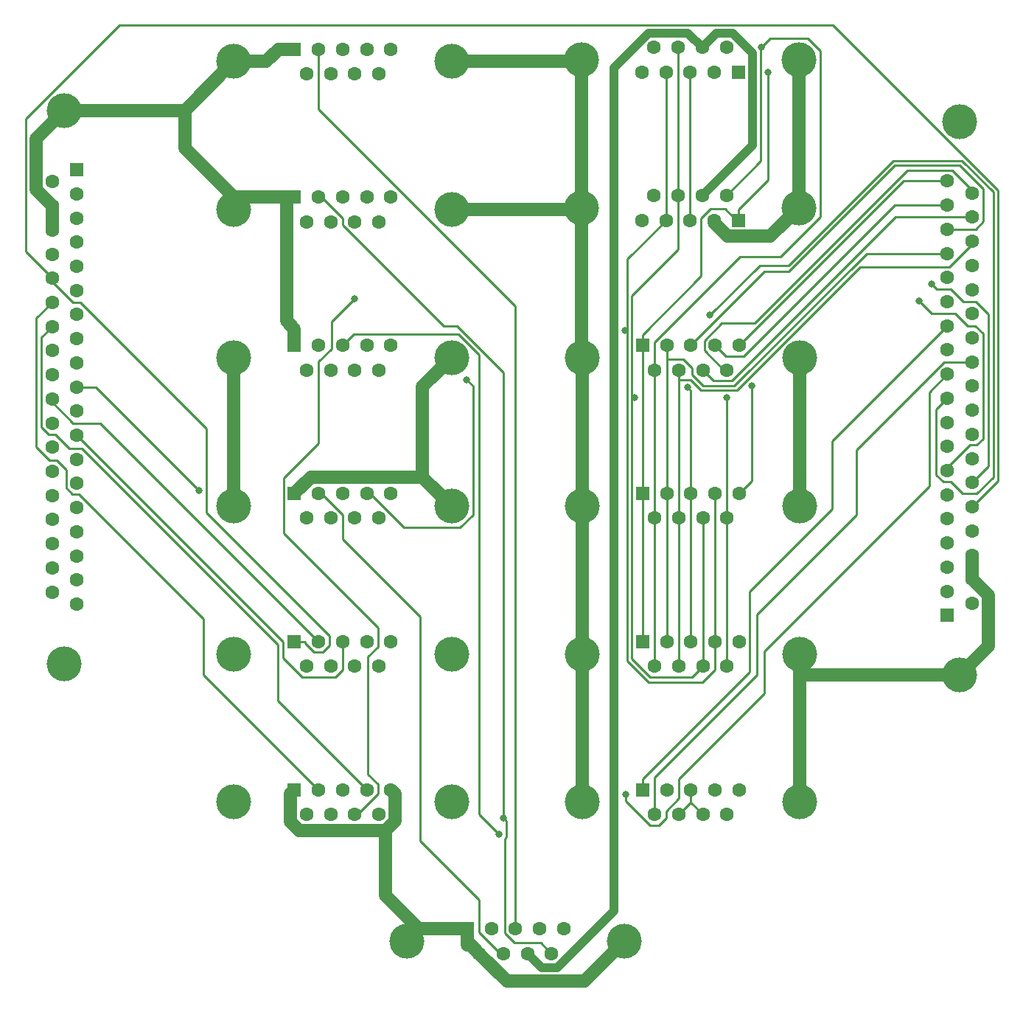
<source format=gbr>
%TF.GenerationSoftware,KiCad,Pcbnew,7.0.9*%
%TF.CreationDate,2023-12-30T13:25:45-08:00*%
%TF.ProjectId,Interconnect Board,496e7465-7263-46f6-9e6e-65637420426f,v1.3*%
%TF.SameCoordinates,Original*%
%TF.FileFunction,Copper,L2,Bot*%
%TF.FilePolarity,Positive*%
%FSLAX46Y46*%
G04 Gerber Fmt 4.6, Leading zero omitted, Abs format (unit mm)*
G04 Created by KiCad (PCBNEW 7.0.9) date 2023-12-30 13:25:45*
%MOMM*%
%LPD*%
G01*
G04 APERTURE LIST*
%TA.AperFunction,ComponentPad*%
%ADD10C,4.000000*%
%TD*%
%TA.AperFunction,ComponentPad*%
%ADD11R,1.600000X1.600000*%
%TD*%
%TA.AperFunction,ComponentPad*%
%ADD12C,1.600000*%
%TD*%
%TA.AperFunction,ViaPad*%
%ADD13C,0.800000*%
%TD*%
%TA.AperFunction,Conductor*%
%ADD14C,0.250000*%
%TD*%
%TA.AperFunction,Conductor*%
%ADD15C,1.000000*%
%TD*%
%TA.AperFunction,Conductor*%
%ADD16C,1.500000*%
%TD*%
G04 APERTURE END LIST*
D10*
%TO.P,XPNDR_Serial_2,0,PAD*%
%TO.N,GND*%
X134622000Y-45069100D03*
X159622000Y-45069100D03*
D11*
%TO.P,XPNDR_Serial_2,1,1*%
X141582000Y-43649100D03*
D12*
%TO.P,XPNDR_Serial_2,2,2*%
%TO.N,/XPNDR_&_IDENT_12V*%
X144352000Y-43649100D03*
%TO.P,XPNDR_Serial_2,3,3*%
%TO.N,/XPNDR_Serial_2_Tx*%
X147122000Y-43649100D03*
%TO.P,XPNDR_Serial_2,4,4*%
%TO.N,/XPNDR_Serial_2_Rx*%
X149892000Y-43649100D03*
%TO.P,XPNDR_Serial_2,5,5*%
%TO.N,/Ident_SW_Input*%
X152662000Y-43649100D03*
%TO.P,XPNDR_Serial_2,6,6*%
%TO.N,unconnected-(XPNDR_Serial_2-Pad6)*%
X142967000Y-46489100D03*
%TO.P,XPNDR_Serial_2,7,7*%
%TO.N,unconnected-(XPNDR_Serial_2-Pad7)*%
X145737000Y-46489100D03*
%TO.P,XPNDR_Serial_2,8,8*%
%TO.N,unconnected-(XPNDR_Serial_2-Pad8)*%
X148507000Y-46489100D03*
%TO.P,XPNDR_Serial_2,9,9*%
%TO.N,unconnected-(XPNDR_Serial_2-Pad9)*%
X151277000Y-46489100D03*
%TD*%
D10*
%TO.P,VPX_Serial_3,0,PAD*%
%TO.N,GND*%
X134622000Y-62069100D03*
X159622000Y-62069100D03*
D11*
%TO.P,VPX_Serial_3,1,1*%
X141582000Y-60649100D03*
D12*
%TO.P,VPX_Serial_3,2,2*%
%TO.N,unconnected-(VPX_Serial_3-Pad2)*%
X144352000Y-60649100D03*
%TO.P,VPX_Serial_3,3,3*%
%TO.N,/VPX_Serial_3_Tx*%
X147122000Y-60649100D03*
%TO.P,VPX_Serial_3,4,4*%
%TO.N,/VPX_Serial_3_Rx*%
X149892000Y-60649100D03*
%TO.P,VPX_Serial_3,5,5*%
%TO.N,unconnected-(VPX_Serial_3-Pad5)*%
X152662000Y-60649100D03*
%TO.P,VPX_Serial_3,6,6*%
%TO.N,unconnected-(VPX_Serial_3-Pad6)*%
X142967000Y-63489100D03*
%TO.P,VPX_Serial_3,7,7*%
%TO.N,unconnected-(VPX_Serial_3-Pad7)*%
X145737000Y-63489100D03*
%TO.P,VPX_Serial_3,8,8*%
%TO.N,unconnected-(VPX_Serial_3-Pad8)*%
X148507000Y-63489100D03*
%TO.P,VPX_Serial_3,9,9*%
%TO.N,unconnected-(VPX_Serial_3-Pad9)*%
X151277000Y-63489100D03*
%TD*%
D10*
%TO.P,SkyView_3,0,PAD*%
%TO.N,GND*%
X174622000Y-96069100D03*
X199622000Y-96069100D03*
D11*
%TO.P,SkyView_3,1,1*%
%TO.N,/SV_Data_1A*%
X181582000Y-94649100D03*
D12*
%TO.P,SkyView_3,2,2*%
%TO.N,/SV_GND_1*%
X184352000Y-94649100D03*
%TO.P,SkyView_3,3,3*%
%TO.N,/SV_GND_2*%
X187122000Y-94649100D03*
%TO.P,SkyView_3,4,4*%
%TO.N,/SV_Data_2B*%
X189892000Y-94649100D03*
%TO.P,SkyView_3,5,5*%
%TO.N,/SV_EMS_Aux*%
X192662000Y-94649100D03*
%TO.P,SkyView_3,6,6*%
%TO.N,/SV_Data_1B*%
X182967000Y-97489100D03*
%TO.P,SkyView_3,7,7*%
%TO.N,/SV_Power_1*%
X185737000Y-97489100D03*
%TO.P,SkyView_3,8,8*%
%TO.N,/SV_Data_2A*%
X188507000Y-97489100D03*
%TO.P,SkyView_3,9,9*%
%TO.N,/SV_Power_2*%
X191277000Y-97489100D03*
%TD*%
D10*
%TO.P,SkyView_2,0,PAD*%
%TO.N,GND*%
X174622000Y-79069100D03*
X199622000Y-79069100D03*
D11*
%TO.P,SkyView_2,1,1*%
%TO.N,/SV_Data_1A*%
X181582000Y-77649100D03*
D12*
%TO.P,SkyView_2,2,2*%
%TO.N,/SV_GND_1*%
X184352000Y-77649100D03*
%TO.P,SkyView_2,3,3*%
%TO.N,/SV_GND_2*%
X187122000Y-77649100D03*
%TO.P,SkyView_2,4,4*%
%TO.N,/SV_Data_2B*%
X189892000Y-77649100D03*
%TO.P,SkyView_2,5,5*%
%TO.N,/SV_EMS_Aux*%
X192662000Y-77649100D03*
%TO.P,SkyView_2,6,6*%
%TO.N,/SV_Data_1B*%
X182967000Y-80489100D03*
%TO.P,SkyView_2,7,7*%
%TO.N,/SV_Power_1*%
X185737000Y-80489100D03*
%TO.P,SkyView_2,8,8*%
%TO.N,/SV_Data_2A*%
X188507000Y-80489100D03*
%TO.P,SkyView_2,9,9*%
%TO.N,/SV_Power_2*%
X191277000Y-80489100D03*
%TD*%
%TO.P,SkyView_1,9,9*%
%TO.N,/SV_Power_2*%
X191277000Y-63489100D03*
%TO.P,SkyView_1,8,8*%
%TO.N,/SV_Data_2A*%
X188507000Y-63489100D03*
%TO.P,SkyView_1,7,7*%
%TO.N,/SV_Power_1*%
X185737000Y-63489100D03*
%TO.P,SkyView_1,6,6*%
%TO.N,/SV_Data_1B*%
X182967000Y-63489100D03*
%TO.P,SkyView_1,5,5*%
%TO.N,/SV_EMS_Aux*%
X192662000Y-60649100D03*
%TO.P,SkyView_1,4,4*%
%TO.N,/SV_Data_2B*%
X189892000Y-60649100D03*
%TO.P,SkyView_1,3,3*%
%TO.N,/SV_GND_2*%
X187122000Y-60649100D03*
%TO.P,SkyView_1,2,2*%
%TO.N,/SV_GND_1*%
X184352000Y-60649100D03*
D11*
%TO.P,SkyView_1,1,1*%
%TO.N,/SV_Data_1A*%
X181582000Y-60649100D03*
D10*
%TO.P,SkyView_1,0,PAD*%
%TO.N,GND*%
X199622000Y-62069100D03*
X174622000Y-62069100D03*
%TD*%
%TO.P,Power_Input_1,0,PAD*%
%TO.N,GND*%
X154464100Y-129069100D03*
X179464100Y-129069100D03*
D11*
%TO.P,Power_Input_1,1,1*%
X161424100Y-127649100D03*
D12*
%TO.P,Power_Input_1,2,2*%
X164194100Y-127649100D03*
%TO.P,Power_Input_1,3,3*%
%TO.N,/ADSB_12V*%
X166964100Y-127649100D03*
%TO.P,Power_Input_1,4,4*%
%TO.N,/MFD_12V*%
X169734100Y-127649100D03*
%TO.P,Power_Input_1,5,5*%
%TO.N,/PFD_&_Dim_12V*%
X172504100Y-127649100D03*
%TO.P,Power_Input_1,6,6*%
%TO.N,GND*%
X162809100Y-130489100D03*
%TO.P,Power_Input_1,7,7*%
%TO.N,/ELT_12V*%
X165579100Y-130489100D03*
%TO.P,Power_Input_1,8,8*%
%TO.N,/SV-Net_AP_12V*%
X168349100Y-130489100D03*
%TO.P,Power_Input_1,9,9*%
%TO.N,/XPNDR_&_IDENT_12V*%
X171119100Y-130489100D03*
%TD*%
D10*
%TO.P,Ident_&_Dimmer_Input_1,0,PAD*%
%TO.N,GND*%
X134622000Y-113069100D03*
X159622000Y-113069100D03*
D11*
%TO.P,Ident_&_Dimmer_Input_1,1,1*%
X141582000Y-111649100D03*
D12*
%TO.P,Ident_&_Dimmer_Input_1,2,2*%
%TO.N,/Dimmer_Signal_Input*%
X144352000Y-111649100D03*
%TO.P,Ident_&_Dimmer_Input_1,3,3*%
%TO.N,unconnected-(Ident_&_Dimmer_Input_1-Pad3)*%
X147122000Y-111649100D03*
%TO.P,Ident_&_Dimmer_Input_1,4,4*%
%TO.N,/Dimmer_Output_Signal*%
X149892000Y-111649100D03*
%TO.P,Ident_&_Dimmer_Input_1,5,5*%
%TO.N,GND*%
X152662000Y-111649100D03*
%TO.P,Ident_&_Dimmer_Input_1,6,6*%
%TO.N,/PFD_&_Dim_12V*%
X142967000Y-114489100D03*
%TO.P,Ident_&_Dimmer_Input_1,7,7*%
%TO.N,unconnected-(Ident_&_Dimmer_Input_1-Pad7)*%
X145737000Y-114489100D03*
%TO.P,Ident_&_Dimmer_Input_1,8,8*%
%TO.N,/Ident_SW_Input*%
X148507000Y-114489100D03*
%TO.P,Ident_&_Dimmer_Input_1,9,9*%
%TO.N,/XPNDR_&_IDENT_12V*%
X151277000Y-114489100D03*
%TD*%
D10*
%TO.P,GPS_Serial_5,0,PAD*%
%TO.N,GND*%
X134622000Y-96069100D03*
X159622000Y-96069100D03*
D11*
%TO.P,GPS_Serial_5,1,1*%
%TO.N,/GPS_GND*%
X141582000Y-94649100D03*
D12*
%TO.P,GPS_Serial_5,2,2*%
%TO.N,/GPS_Power*%
X144352000Y-94649100D03*
%TO.P,GPS_Serial_5,3,3*%
%TO.N,/GPS_Serial_5_Tx*%
X147122000Y-94649100D03*
%TO.P,GPS_Serial_5,4,4*%
%TO.N,/GPS_Serial_5_Rx*%
X149892000Y-94649100D03*
%TO.P,GPS_Serial_5,5,5*%
%TO.N,unconnected-(GPS_Serial_5-Pad5)*%
X152662000Y-94649100D03*
%TO.P,GPS_Serial_5,6,6*%
%TO.N,unconnected-(GPS_Serial_5-Pad6)*%
X142967000Y-97489100D03*
%TO.P,GPS_Serial_5,7,7*%
%TO.N,unconnected-(GPS_Serial_5-Pad7)*%
X145737000Y-97489100D03*
%TO.P,GPS_Serial_5,8,8*%
%TO.N,unconnected-(GPS_Serial_5-Pad8)*%
X148507000Y-97489100D03*
%TO.P,GPS_Serial_5,9,9*%
%TO.N,unconnected-(GPS_Serial_5-Pad9)*%
X151277000Y-97489100D03*
%TD*%
D10*
%TO.P,ELT_Serial_4,0,PAD*%
%TO.N,GND*%
X134622000Y-79069100D03*
X159622000Y-79069100D03*
D11*
%TO.P,ELT_Serial_4,1,1*%
X141582000Y-77649100D03*
D12*
%TO.P,ELT_Serial_4,2,2*%
%TO.N,/ELT_12V*%
X144352000Y-77649100D03*
%TO.P,ELT_Serial_4,3,3*%
%TO.N,/ELT_Serial_4_Tx*%
X147122000Y-77649100D03*
%TO.P,ELT_Serial_4,4,4*%
%TO.N,/ELT_Serial_4_Rx*%
X149892000Y-77649100D03*
%TO.P,ELT_Serial_4,5,5*%
%TO.N,unconnected-(ELT_Serial_4-Pad5)*%
X152662000Y-77649100D03*
%TO.P,ELT_Serial_4,6,6*%
%TO.N,unconnected-(ELT_Serial_4-Pad6)*%
X142967000Y-80489100D03*
%TO.P,ELT_Serial_4,7,7*%
%TO.N,unconnected-(ELT_Serial_4-Pad7)*%
X145737000Y-80489100D03*
%TO.P,ELT_Serial_4,8,8*%
%TO.N,unconnected-(ELT_Serial_4-Pad8)*%
X148507000Y-80489100D03*
%TO.P,ELT_Serial_4,9,9*%
%TO.N,unconnected-(ELT_Serial_4-Pad9)*%
X151277000Y-80489100D03*
%TD*%
D10*
%TO.P,Dimmer_&_Audio_Output_1,0,PAD*%
%TO.N,GND*%
X174622000Y-113069100D03*
X199622000Y-113069100D03*
D11*
%TO.P,Dimmer_&_Audio_Output_1,1,1*%
%TO.N,/L_Audio_Out_1*%
X181582000Y-111649100D03*
D12*
%TO.P,Dimmer_&_Audio_Output_1,2,2*%
%TO.N,/R_Audio_Out_1*%
X184352000Y-111649100D03*
%TO.P,Dimmer_&_Audio_Output_1,3,3*%
%TO.N,/Dimmer_Output_Signal*%
X187122000Y-111649100D03*
%TO.P,Dimmer_&_Audio_Output_1,4,4*%
%TO.N,unconnected-(Dimmer_&_Audio_Output_1-Pad4)*%
X189892000Y-111649100D03*
%TO.P,Dimmer_&_Audio_Output_1,5,5*%
%TO.N,unconnected-(Dimmer_&_Audio_Output_1-Pad5)*%
X192662000Y-111649100D03*
%TO.P,Dimmer_&_Audio_Output_1,6,6*%
%TO.N,/Audio_Out_GND*%
X182967000Y-114489100D03*
%TO.P,Dimmer_&_Audio_Output_1,7,7*%
%TO.N,/Dimmer_Output_Signal*%
X185737000Y-114489100D03*
%TO.P,Dimmer_&_Audio_Output_1,8,8*%
X188507000Y-114489100D03*
%TO.P,Dimmer_&_Audio_Output_1,9,9*%
%TO.N,unconnected-(Dimmer_&_Audio_Output_1-Pad9)*%
X191277000Y-114489100D03*
%TD*%
D10*
%TO.P,AP_Roll_SV_Net_2,0,PAD*%
%TO.N,GND*%
X199546200Y-27865200D03*
X174546200Y-27865200D03*
D11*
%TO.P,AP_Roll_SV_Net_2,1,1*%
%TO.N,/SV_Data_1A*%
X192586200Y-29285200D03*
D12*
%TO.P,AP_Roll_SV_Net_2,2,2*%
%TO.N,GND*%
X189816200Y-29285200D03*
%TO.P,AP_Roll_SV_Net_2,3,3*%
%TO.N,/AP_Disengage (Unused)*%
X187046200Y-29285200D03*
%TO.P,AP_Roll_SV_Net_2,4,4*%
%TO.N,/SV_Data_2B*%
X184276200Y-29285200D03*
%TO.P,AP_Roll_SV_Net_2,5,5*%
%TO.N,unconnected-(AP_Roll_SV_Net_2-Pad5)*%
X181506200Y-29285200D03*
%TO.P,AP_Roll_SV_Net_2,6,6*%
%TO.N,/SV_Data_1B*%
X191201200Y-26445200D03*
%TO.P,AP_Roll_SV_Net_2,7,7*%
%TO.N,/SV-Net_AP_12V*%
X188431200Y-26445200D03*
%TO.P,AP_Roll_SV_Net_2,8,8*%
%TO.N,/SV_Data_2A*%
X185661200Y-26445200D03*
%TO.P,AP_Roll_SV_Net_2,9,9*%
%TO.N,unconnected-(AP_Roll_SV_Net_2-Pad9)*%
X182891200Y-26445200D03*
%TD*%
D10*
%TO.P,AP_Pitch_SV_Net_1,0,PAD*%
%TO.N,GND*%
X199546200Y-44865200D03*
X174546200Y-44865200D03*
D11*
%TO.P,AP_Pitch_SV_Net_1,1,1*%
%TO.N,/SV_Data_1A*%
X192586200Y-46285200D03*
D12*
%TO.P,AP_Pitch_SV_Net_1,2,2*%
%TO.N,GND*%
X189816200Y-46285200D03*
%TO.P,AP_Pitch_SV_Net_1,3,3*%
%TO.N,/AP_Disengage (Unused)*%
X187046200Y-46285200D03*
%TO.P,AP_Pitch_SV_Net_1,4,4*%
%TO.N,/SV_Data_2B*%
X184276200Y-46285200D03*
%TO.P,AP_Pitch_SV_Net_1,5,5*%
%TO.N,unconnected-(AP_Pitch_SV_Net_1-Pad5)*%
X181506200Y-46285200D03*
%TO.P,AP_Pitch_SV_Net_1,6,6*%
%TO.N,/SV_Data_1B*%
X191201200Y-43445200D03*
%TO.P,AP_Pitch_SV_Net_1,7,7*%
%TO.N,/SV-Net_AP_12V*%
X188431200Y-43445200D03*
%TO.P,AP_Pitch_SV_Net_1,8,8*%
%TO.N,/SV_Data_2A*%
X185661200Y-43445200D03*
%TO.P,AP_Pitch_SV_Net_1,9,9*%
%TO.N,unconnected-(AP_Pitch_SV_Net_1-Pad9)*%
X182891200Y-43445200D03*
%TD*%
D10*
%TO.P,ADSB_Serial_1,0,PAD*%
%TO.N,GND*%
X134622000Y-28069100D03*
X159622000Y-28069100D03*
D11*
%TO.P,ADSB_Serial_1,1,1*%
X141582000Y-26649100D03*
D12*
%TO.P,ADSB_Serial_1,2,2*%
%TO.N,/ADSB_12V*%
X144352000Y-26649100D03*
%TO.P,ADSB_Serial_1,3,3*%
%TO.N,/ADSB_Serial_1_Tx*%
X147122000Y-26649100D03*
%TO.P,ADSB_Serial_1,4,4*%
%TO.N,/ADSB_Serial_1_Rx*%
X149892000Y-26649100D03*
%TO.P,ADSB_Serial_1,5,5*%
%TO.N,unconnected-(ADSB_Serial_1-Pad5)*%
X152662000Y-26649100D03*
%TO.P,ADSB_Serial_1,6,6*%
%TO.N,unconnected-(ADSB_Serial_1-Pad6)*%
X142967000Y-29489100D03*
%TO.P,ADSB_Serial_1,7,7*%
%TO.N,unconnected-(ADSB_Serial_1-Pad7)*%
X145737000Y-29489100D03*
%TO.P,ADSB_Serial_1,8,8*%
%TO.N,unconnected-(ADSB_Serial_1-Pad8)*%
X148507000Y-29489100D03*
%TO.P,ADSB_Serial_1,9,9*%
%TO.N,unconnected-(ADSB_Serial_1-Pad9)*%
X151277000Y-29489100D03*
%TD*%
D10*
%TO.P,MFD_Main_2,0,PAD*%
%TO.N,GND*%
X218002000Y-98469100D03*
X218002000Y-34969100D03*
D11*
%TO.P,MFD_Main_2,1,1*%
%TO.N,/MFD_12V*%
X216582000Y-91649100D03*
D12*
%TO.P,MFD_Main_2,2,2*%
%TO.N,unconnected-(MFD_Main_2-Pad2)*%
X216582000Y-88879100D03*
%TO.P,MFD_Main_2,3,3*%
%TO.N,/ADSB_Serial_1_Rx*%
X216582000Y-86109100D03*
%TO.P,MFD_Main_2,4,4*%
%TO.N,/ADSB_Serial_1_Tx*%
X216582000Y-83339100D03*
%TO.P,MFD_Main_2,5,5*%
%TO.N,/XPNDR_Serial_2_Rx*%
X216582000Y-80569100D03*
%TO.P,MFD_Main_2,6,6*%
%TO.N,/XPNDR_Serial_2_Tx*%
X216582000Y-77799100D03*
%TO.P,MFD_Main_2,7,7*%
%TO.N,/VPX_Serial_3_Rx*%
X216582000Y-75029100D03*
%TO.P,MFD_Main_2,8,8*%
%TO.N,/VPX_Serial_3_Tx*%
X216582000Y-72259100D03*
%TO.P,MFD_Main_2,9,9*%
%TO.N,/ELT_Serial_4_Rx*%
X216582000Y-69489100D03*
%TO.P,MFD_Main_2,10,10*%
%TO.N,/ELT_Serial_4_Tx*%
X216582000Y-66719100D03*
%TO.P,MFD_Main_2,11,11*%
%TO.N,/GPS_Serial_5_Rx*%
X216582000Y-63949100D03*
%TO.P,MFD_Main_2,12,12*%
%TO.N,/GPS_Serial_5_Tx*%
X216582000Y-61179100D03*
%TO.P,MFD_Main_2,13,13*%
%TO.N,/L_Audio_Out_1*%
X216582000Y-58409100D03*
%TO.P,MFD_Main_2,14,14*%
%TO.N,unconnected-(MFD_Main_2-Pad14)*%
X216582000Y-55639100D03*
%TO.P,MFD_Main_2,15,15*%
%TO.N,/SV_Data_1A*%
X216582000Y-52869100D03*
%TO.P,MFD_Main_2,16,16*%
%TO.N,/SV_GND_1*%
X216582000Y-50099100D03*
%TO.P,MFD_Main_2,17,17*%
%TO.N,/SV_GND_2*%
X216582000Y-47329100D03*
%TO.P,MFD_Main_2,18,18*%
%TO.N,/SV_Data_2B*%
X216582000Y-44559100D03*
%TO.P,MFD_Main_2,19,19*%
%TO.N,/SV_EMS_Aux*%
X216582000Y-41789100D03*
%TO.P,MFD_Main_2,20,20*%
%TO.N,/MFD_12V*%
X219422000Y-90264100D03*
%TO.P,MFD_Main_2,21,21*%
%TO.N,GND*%
X219422000Y-87494100D03*
%TO.P,MFD_Main_2,22,22*%
X219422000Y-84724100D03*
%TO.P,MFD_Main_2,23,23*%
%TO.N,unconnected-(MFD_Main_2-Pad23)*%
X219422000Y-81954100D03*
%TO.P,MFD_Main_2,24,24*%
%TO.N,/GPS_GND*%
X219422000Y-79184100D03*
%TO.P,MFD_Main_2,25,25*%
%TO.N,/Dimmer_Signal_Input*%
X219422000Y-76414100D03*
%TO.P,MFD_Main_2,26,26*%
%TO.N,unconnected-(MFD_Main_2-Pad26)*%
X219422000Y-73644100D03*
%TO.P,MFD_Main_2,27,27*%
%TO.N,unconnected-(MFD_Main_2-Pad27)*%
X219422000Y-70874100D03*
%TO.P,MFD_Main_2,28,28*%
%TO.N,unconnected-(MFD_Main_2-Pad28)*%
X219422000Y-68104100D03*
%TO.P,MFD_Main_2,29,29*%
%TO.N,/GPS_Power*%
X219422000Y-65334100D03*
%TO.P,MFD_Main_2,30,30*%
%TO.N,/Audio_Out_GND*%
X219422000Y-62564100D03*
%TO.P,MFD_Main_2,31,31*%
%TO.N,/R_Audio_Out_1*%
X219422000Y-59794100D03*
%TO.P,MFD_Main_2,32,32*%
%TO.N,unconnected-(MFD_Main_2-Pad32)*%
X219422000Y-57024100D03*
%TO.P,MFD_Main_2,33,33*%
%TO.N,unconnected-(MFD_Main_2-Pad33)*%
X219422000Y-54254100D03*
%TO.P,MFD_Main_2,34,34*%
%TO.N,/SV_Data_1B*%
X219422000Y-51484100D03*
%TO.P,MFD_Main_2,35,35*%
%TO.N,/SV_Power_1*%
X219422000Y-48714100D03*
%TO.P,MFD_Main_2,36,36*%
%TO.N,/SV_Data_2A*%
X219422000Y-45944100D03*
%TO.P,MFD_Main_2,37,37*%
%TO.N,/SV_Power_2*%
X219422000Y-43174100D03*
%TD*%
D10*
%TO.P,PFD_Main_1,0,PAD*%
%TO.N,GND*%
X115162000Y-33673100D03*
X115162000Y-97173100D03*
D11*
%TO.P,PFD_Main_1,1,1*%
%TO.N,/PFD_&_Dim_12V*%
X116582000Y-40493100D03*
D12*
%TO.P,PFD_Main_1,2,2*%
%TO.N,unconnected-(PFD_Main_1-Pad2)*%
X116582000Y-43263100D03*
%TO.P,PFD_Main_1,3,3*%
%TO.N,/ADSB_Serial_1_Rx*%
X116582000Y-46033100D03*
%TO.P,PFD_Main_1,4,4*%
%TO.N,/ADSB_Serial_1_Tx*%
X116582000Y-48803100D03*
%TO.P,PFD_Main_1,5,5*%
%TO.N,/XPNDR_Serial_2_Rx*%
X116582000Y-51573100D03*
%TO.P,PFD_Main_1,6,6*%
%TO.N,/XPNDR_Serial_2_Tx*%
X116582000Y-54343100D03*
%TO.P,PFD_Main_1,7,7*%
%TO.N,/VPX_Serial_3_Rx*%
X116582000Y-57113100D03*
%TO.P,PFD_Main_1,8,8*%
%TO.N,/VPX_Serial_3_Tx*%
X116582000Y-59883100D03*
%TO.P,PFD_Main_1,9,9*%
%TO.N,/ELT_Serial_4_Rx*%
X116582000Y-62653100D03*
%TO.P,PFD_Main_1,10,10*%
%TO.N,/ELT_Serial_4_Tx*%
X116582000Y-65423100D03*
%TO.P,PFD_Main_1,11,11*%
%TO.N,/GPS_Serial_5_Rx*%
X116582000Y-68193100D03*
%TO.P,PFD_Main_1,12,12*%
%TO.N,/GPS_Serial_5_Tx*%
X116582000Y-70963100D03*
%TO.P,PFD_Main_1,13,13*%
%TO.N,/L_Audio_Out_1*%
X116582000Y-73733100D03*
%TO.P,PFD_Main_1,14,14*%
%TO.N,unconnected-(PFD_Main_1-Pad14)*%
X116582000Y-76503100D03*
%TO.P,PFD_Main_1,15,15*%
%TO.N,/SV_Data_1A*%
X116582000Y-79273100D03*
%TO.P,PFD_Main_1,16,16*%
%TO.N,/SV_GND_1*%
X116582000Y-82043100D03*
%TO.P,PFD_Main_1,17,17*%
%TO.N,/SV_GND_2*%
X116582000Y-84813100D03*
%TO.P,PFD_Main_1,18,18*%
%TO.N,/SV_Data_2B*%
X116582000Y-87583100D03*
%TO.P,PFD_Main_1,19,19*%
%TO.N,/SV_EMS_Aux*%
X116582000Y-90353100D03*
%TO.P,PFD_Main_1,20,20*%
%TO.N,/PFD_&_Dim_12V*%
X113742000Y-41878100D03*
%TO.P,PFD_Main_1,21,21*%
%TO.N,GND*%
X113742000Y-44648100D03*
%TO.P,PFD_Main_1,22,22*%
X113742000Y-47418100D03*
%TO.P,PFD_Main_1,23,23*%
%TO.N,unconnected-(PFD_Main_1-Pad23)*%
X113742000Y-50188100D03*
%TO.P,PFD_Main_1,24,24*%
%TO.N,/GPS_GND*%
X113742000Y-52958100D03*
%TO.P,PFD_Main_1,25,25*%
%TO.N,/Dimmer_Signal_Input*%
X113742000Y-55728100D03*
%TO.P,PFD_Main_1,26,26*%
%TO.N,/Dimmer_Output_Signal*%
X113742000Y-58498100D03*
%TO.P,PFD_Main_1,27,27*%
%TO.N,unconnected-(PFD_Main_1-Pad27)*%
X113742000Y-61268100D03*
%TO.P,PFD_Main_1,28,28*%
%TO.N,unconnected-(PFD_Main_1-Pad28)*%
X113742000Y-64038100D03*
%TO.P,PFD_Main_1,29,29*%
%TO.N,/GPS_Power*%
X113742000Y-66808100D03*
%TO.P,PFD_Main_1,30,30*%
%TO.N,/Audio_Out_GND*%
X113742000Y-69578100D03*
%TO.P,PFD_Main_1,31,31*%
%TO.N,/R_Audio_Out_1*%
X113742000Y-72348100D03*
%TO.P,PFD_Main_1,32,32*%
%TO.N,unconnected-(PFD_Main_1-Pad32)*%
X113742000Y-75118100D03*
%TO.P,PFD_Main_1,33,33*%
%TO.N,unconnected-(PFD_Main_1-Pad33)*%
X113742000Y-77888100D03*
%TO.P,PFD_Main_1,34,34*%
%TO.N,/SV_Data_1B*%
X113742000Y-80658100D03*
%TO.P,PFD_Main_1,35,35*%
%TO.N,/SV_Power_1*%
X113742000Y-83428100D03*
%TO.P,PFD_Main_1,36,36*%
%TO.N,/SV_Data_2A*%
X113742000Y-86198100D03*
%TO.P,PFD_Main_1,37,37*%
%TO.N,/SV_Power_2*%
X113742000Y-88968100D03*
%TD*%
D13*
%TO.N,/XPNDR_&_IDENT_12V*%
X165579100Y-114887800D03*
%TO.N,/Ident_SW_Input*%
X148476000Y-55275500D03*
%TO.N,/SV_Power_2*%
X191277000Y-66658600D03*
%TO.N,/SV_Data_2A*%
X180654500Y-66681500D03*
%TO.N,/SV_Data_1B*%
X195222500Y-26445200D03*
%TO.N,/GPS_Serial_5_Rx*%
X179647200Y-112157300D03*
%TO.N,/SV_EMS_Aux*%
X194094400Y-65317200D03*
%TO.N,/SV_Data_2B*%
X179528600Y-58979300D03*
%TO.N,/SV_GND_2*%
X186716300Y-65466300D03*
%TO.N,/SV_Data_1A*%
X196003700Y-29285200D03*
%TO.N,/ELT_Serial_4_Tx*%
X189327800Y-57200100D03*
X130598300Y-77285900D03*
%TO.N,/ELT_Serial_4_Rx*%
X161385300Y-64576600D03*
%TO.N,/VPX_Serial_3_Tx*%
X165073800Y-116766200D03*
%TO.N,/VPX_Serial_3_Rx*%
X213307100Y-55528500D03*
%TO.N,/Dimmer_Signal_Input*%
X214769200Y-53606200D03*
%TD*%
D14*
%TO.N,/SV_Data_1A*%
X192586200Y-46285200D02*
X192330146Y-46285200D01*
X192330146Y-46285200D02*
X191053746Y-45008800D01*
X188314200Y-46052200D02*
X188314200Y-52690000D01*
X191053746Y-45008800D02*
X189357600Y-45008800D01*
X189357600Y-45008800D02*
X188314200Y-46052200D01*
X188314200Y-52690000D02*
X181582000Y-59422200D01*
X181582000Y-59422200D02*
X181582000Y-60649100D01*
%TO.N,/SV_Data_2B*%
X179799700Y-96864100D02*
X179799700Y-58979300D01*
X182239200Y-99303600D02*
X179799700Y-96864100D01*
X189892000Y-97873500D02*
X188461900Y-99303600D01*
X188461900Y-99303600D02*
X182239200Y-99303600D01*
X189892000Y-94649100D02*
X189892000Y-97873500D01*
X179799700Y-50761700D02*
X184276200Y-46285200D01*
X179799700Y-58979300D02*
X179799700Y-50761700D01*
X179799700Y-58979300D02*
X179528600Y-58979300D01*
%TO.N,/Dimmer_Output_Signal*%
X185737000Y-114489100D02*
X187122000Y-113104100D01*
X188507000Y-114489100D02*
X187122000Y-113104100D01*
X187122000Y-113104100D02*
X187122000Y-111649100D01*
X139646500Y-101403600D02*
X149892000Y-111649100D01*
X139646500Y-95021300D02*
X139646500Y-101403600D01*
X117131400Y-72506200D02*
X139646500Y-95021300D01*
X115752800Y-72506200D02*
X117131400Y-72506200D01*
X114124600Y-70878000D02*
X115752800Y-72506200D01*
X113306900Y-70878000D02*
X114124600Y-70878000D01*
X112504600Y-70075700D02*
X113306900Y-70878000D01*
X112504600Y-59735500D02*
X112504600Y-70075700D01*
X113742000Y-58498100D02*
X112504600Y-59735500D01*
%TO.N,/XPNDR_&_IDENT_12V*%
X165900700Y-115209400D02*
X165579100Y-114887800D01*
X165900700Y-117108800D02*
X165900700Y-115209400D01*
X165719800Y-117289700D02*
X165900700Y-117108800D01*
X165719800Y-128147100D02*
X165719800Y-117289700D01*
X166829000Y-129256300D02*
X165719800Y-128147100D01*
X169886300Y-129256300D02*
X166829000Y-129256300D01*
X171119100Y-130489100D02*
X169886300Y-129256300D01*
X165579100Y-63761400D02*
X165579100Y-114887800D01*
X160277100Y-58459400D02*
X165579100Y-63761400D01*
X158714100Y-58459400D02*
X160277100Y-58459400D01*
X147122000Y-46867300D02*
X158714100Y-58459400D01*
X147122000Y-46075100D02*
X147122000Y-46867300D01*
X144696000Y-43649100D02*
X147122000Y-46075100D01*
X144352000Y-43649100D02*
X144696000Y-43649100D01*
%TO.N,/Ident_SW_Input*%
X148805300Y-114489100D02*
X148507000Y-114489100D01*
X151154200Y-112140200D02*
X148805300Y-114489100D01*
X151154200Y-111011100D02*
X151154200Y-112140200D01*
X150045200Y-109902100D02*
X151154200Y-111011100D01*
X150045200Y-96348600D02*
X150045200Y-109902100D01*
X151154200Y-95239600D02*
X150045200Y-96348600D01*
X151154200Y-93061800D02*
X151154200Y-95239600D01*
X140322900Y-82230500D02*
X151154200Y-93061800D01*
X140322900Y-75895400D02*
X140322900Y-82230500D01*
X144352000Y-71866300D02*
X140322900Y-75895400D01*
X144352000Y-62501800D02*
X144352000Y-71866300D01*
X145822100Y-61031700D02*
X144352000Y-62501800D01*
X145822100Y-57929400D02*
X145822100Y-61031700D01*
X148476000Y-55275500D02*
X145822100Y-57929400D01*
%TO.N,/ELT_12V*%
X165280900Y-130489100D02*
X165579100Y-130489100D01*
X162809000Y-128017200D02*
X165280900Y-130489100D01*
X162809000Y-124319700D02*
X162809000Y-128017200D01*
X156024400Y-117535100D02*
X162809000Y-124319700D01*
X156024400Y-91795700D02*
X156024400Y-117535100D01*
X147122000Y-82893300D02*
X156024400Y-91795700D01*
X147122000Y-80075100D02*
X147122000Y-82893300D01*
X144696000Y-77649100D02*
X147122000Y-80075100D01*
X144352000Y-77649100D02*
X144696000Y-77649100D01*
D15*
%TO.N,/SV-Net_AP_12V*%
X194188100Y-37688300D02*
X188431200Y-43445200D01*
X194188100Y-27120200D02*
X194188100Y-37688300D01*
X191892300Y-24824400D02*
X194188100Y-27120200D01*
X190052000Y-24824400D02*
X191892300Y-24824400D01*
X188431200Y-26445200D02*
X190052000Y-24824400D01*
X169958000Y-132098000D02*
X168349100Y-130489100D01*
X171783700Y-132098000D02*
X169958000Y-132098000D01*
X178268500Y-125613200D02*
X171783700Y-132098000D01*
X178268500Y-28802400D02*
X178268500Y-125613200D01*
X182270400Y-24800500D02*
X178268500Y-28802400D01*
X186786500Y-24800500D02*
X182270400Y-24800500D01*
X188431200Y-26445200D02*
X186786500Y-24800500D01*
D16*
%TO.N,GND*%
X221307700Y-95163400D02*
X218002000Y-98469100D01*
X221307700Y-89379800D02*
X221307700Y-95163400D01*
X219422000Y-87494100D02*
X221307700Y-89379800D01*
X219422000Y-84724100D02*
X219422000Y-87494100D01*
X141582000Y-26649100D02*
X139730100Y-26649100D01*
X138310100Y-28069100D02*
X139730100Y-26649100D01*
X134622000Y-28069100D02*
X138310100Y-28069100D01*
X174546200Y-45069100D02*
X159622000Y-45069100D01*
X174546200Y-61993300D02*
X174546200Y-45069100D01*
X174622000Y-62069100D02*
X174546200Y-61993300D01*
X174546200Y-45069100D02*
X174546200Y-44865200D01*
X113742000Y-47418100D02*
X113742000Y-44648100D01*
X115162000Y-33673100D02*
X129018000Y-33673100D01*
X129018000Y-33673100D02*
X134622000Y-28069100D01*
X134622000Y-79069100D02*
X134622000Y-62069100D01*
X134622000Y-43649100D02*
X139730100Y-43649100D01*
X129018000Y-38045100D02*
X134622000Y-43649100D01*
X129018000Y-33673100D02*
X129018000Y-38045100D01*
X134622000Y-43649100D02*
X134622000Y-45069100D01*
X141582000Y-43649100D02*
X140656100Y-43649100D01*
X140656100Y-43649100D02*
X139730100Y-43649100D01*
X140656100Y-57871300D02*
X141582000Y-58797200D01*
X140656100Y-43649100D02*
X140656100Y-57871300D01*
X141582000Y-60649100D02*
X141582000Y-58797200D01*
X155884100Y-127649100D02*
X154464100Y-129069100D01*
X174546200Y-28069100D02*
X159622000Y-28069100D01*
X174546200Y-27865200D02*
X174546200Y-28069100D01*
X174546200Y-28069100D02*
X174546200Y-44865200D01*
X199546200Y-44865200D02*
X199546200Y-27865200D01*
X196274300Y-48137100D02*
X199546200Y-44865200D01*
X191340100Y-48137100D02*
X196274300Y-48137100D01*
X189816200Y-46613200D02*
X191340100Y-48137100D01*
X189816200Y-46285200D02*
X189816200Y-46613200D01*
X199622000Y-79069100D02*
X199622000Y-62069100D01*
X141087200Y-112143900D02*
X141582000Y-111649100D01*
X141087200Y-115288700D02*
X141087200Y-112143900D01*
X142168700Y-116370200D02*
X141087200Y-115288700D01*
X152053800Y-116370200D02*
X142168700Y-116370200D01*
X152053800Y-123818800D02*
X152053800Y-116370200D01*
X155884100Y-127649100D02*
X152053800Y-123818800D01*
X153156800Y-112143900D02*
X152662000Y-111649100D01*
X153156800Y-115267200D02*
X153156800Y-112143900D01*
X152053800Y-116370200D02*
X153156800Y-115267200D01*
X174622000Y-62069100D02*
X174622000Y-79069100D01*
X155884100Y-127649100D02*
X161424100Y-127649100D01*
X161424100Y-127649100D02*
X161424100Y-129501000D01*
X156313000Y-65378100D02*
X159622000Y-62069100D01*
X156313000Y-75760100D02*
X156313000Y-65378100D01*
X143471000Y-75760100D02*
X156313000Y-75760100D01*
X141582000Y-77649100D02*
X143471000Y-75760100D01*
X156313000Y-75760100D02*
X159622000Y-79069100D01*
X174622000Y-79069100D02*
X174622000Y-96069100D01*
X174622000Y-96069100D02*
X174622000Y-113069100D01*
X199622000Y-98469100D02*
X218002000Y-98469100D01*
X199622000Y-113069100D02*
X199622000Y-98469100D01*
X199622000Y-98469100D02*
X199622000Y-96069100D01*
X161821000Y-129501000D02*
X162809100Y-130489100D01*
X161424100Y-129501000D02*
X161821000Y-129501000D01*
X165977000Y-133657000D02*
X162809100Y-130489100D01*
X174876200Y-133657000D02*
X165977000Y-133657000D01*
X179464100Y-129069100D02*
X174876200Y-133657000D01*
X111880500Y-36954600D02*
X115162000Y-33673100D01*
X111880500Y-42786600D02*
X111880500Y-36954600D01*
X113742000Y-44648100D02*
X111880500Y-42786600D01*
D14*
%TO.N,/ADSB_12V*%
X144352000Y-33552800D02*
X144352000Y-26649100D01*
X166964100Y-56164900D02*
X144352000Y-33552800D01*
X166964100Y-127649100D02*
X166964100Y-56164900D01*
%TO.N,/SV_Power_2*%
X191277000Y-97489100D02*
X191277000Y-80489100D01*
X191277000Y-80489100D02*
X191277000Y-66658600D01*
X190933000Y-63489100D02*
X191277000Y-63489100D01*
X188659100Y-61215200D02*
X190933000Y-63489100D01*
X188659100Y-60115000D02*
X188659100Y-61215200D01*
X190662100Y-58112000D02*
X188659100Y-60115000D01*
X194420700Y-58112000D02*
X190662100Y-58112000D01*
X211982400Y-40550300D02*
X194420700Y-58112000D01*
X217139500Y-40550300D02*
X211982400Y-40550300D01*
X219422000Y-42832800D02*
X217139500Y-40550300D01*
X219422000Y-43174100D02*
X219422000Y-42832800D01*
%TO.N,/SV_Data_2A*%
X188507000Y-80489100D02*
X188507000Y-97489100D01*
X185661200Y-43445200D02*
X185661200Y-26445200D01*
X210613500Y-45944100D02*
X219422000Y-45944100D01*
X191836500Y-64721100D02*
X210613500Y-45944100D01*
X189739000Y-64721100D02*
X191836500Y-64721100D01*
X188507000Y-63489100D02*
X189739000Y-64721100D01*
X185661200Y-49614900D02*
X185661200Y-43445200D01*
X180353100Y-54923000D02*
X185661200Y-49614900D01*
X180353100Y-66681500D02*
X180353100Y-54923000D01*
X180353100Y-96623700D02*
X180353100Y-66681500D01*
X182452200Y-98722800D02*
X180353100Y-96623700D01*
X187273300Y-98722800D02*
X182452200Y-98722800D01*
X188507000Y-97489100D02*
X187273300Y-98722800D01*
X180353100Y-66681500D02*
X180654500Y-66681500D01*
%TO.N,/SV_Power_1*%
X185737000Y-97489100D02*
X185737000Y-80489100D01*
X187068600Y-64621900D02*
X185737000Y-64621900D01*
X188273800Y-65827100D02*
X187068600Y-64621900D01*
X192390100Y-65827100D02*
X188273800Y-65827100D01*
X206575000Y-51642200D02*
X192390100Y-65827100D01*
X216837900Y-51642200D02*
X206575000Y-51642200D01*
X219422000Y-49058100D02*
X216837900Y-51642200D01*
X219422000Y-48714100D02*
X219422000Y-49058100D01*
X185737000Y-80489100D02*
X185737000Y-64621900D01*
X185737000Y-64621900D02*
X185737000Y-63489100D01*
%TO.N,/SV_Data_1B*%
X195136100Y-26531600D02*
X195222500Y-26445200D01*
X195136100Y-39510300D02*
X195136100Y-26531600D01*
X191201200Y-43445200D02*
X195136100Y-39510300D01*
X182967000Y-80489100D02*
X182967000Y-97489100D01*
X182967000Y-80489100D02*
X182967000Y-63489100D01*
X196268700Y-25399000D02*
X195222500Y-26445200D01*
X200563200Y-25399000D02*
X196268700Y-25399000D01*
X201997900Y-26833700D02*
X200563200Y-25399000D01*
X201997900Y-45910300D02*
X201997900Y-26833700D01*
X197434800Y-50473400D02*
X201997900Y-45910300D01*
X192773900Y-50473400D02*
X197434800Y-50473400D01*
X182967000Y-60280300D02*
X192773900Y-50473400D01*
X182967000Y-63489100D02*
X182967000Y-60280300D01*
%TO.N,/GPS_Serial_5_Rx*%
X214500800Y-66030300D02*
X216582000Y-63949100D01*
X214500800Y-76832000D02*
X214500800Y-66030300D01*
X195541500Y-95791300D02*
X214500800Y-76832000D01*
X195541500Y-100619200D02*
X195541500Y-95791300D01*
X185737000Y-110423700D02*
X195541500Y-100619200D01*
X185737000Y-112636500D02*
X185737000Y-110423700D01*
X184266900Y-114106600D02*
X185737000Y-112636500D01*
X184266900Y-114924300D02*
X184266900Y-114106600D01*
X183474900Y-115716300D02*
X184266900Y-114924300D01*
X182409700Y-115716300D02*
X183474900Y-115716300D01*
X179647200Y-112953800D02*
X182409700Y-115716300D01*
X179647200Y-112157300D02*
X179647200Y-112953800D01*
%TO.N,/GPS_GND*%
X141582000Y-94649100D02*
X142808900Y-94649100D01*
X142808900Y-94879300D02*
X142808900Y-94649100D01*
X143805600Y-95876000D02*
X142808900Y-94879300D01*
X144866300Y-95876000D02*
X143805600Y-95876000D01*
X145616600Y-95125700D02*
X144866300Y-95876000D01*
X145616600Y-94013500D02*
X145616600Y-95125700D01*
X131425300Y-79822200D02*
X145616600Y-94013500D01*
X131425300Y-70183800D02*
X131425300Y-79822200D01*
X116969600Y-55728100D02*
X131425300Y-70183800D01*
X116154300Y-55728100D02*
X116969600Y-55728100D01*
X113742000Y-53315800D02*
X116154300Y-55728100D01*
X113742000Y-52958100D02*
X113742000Y-53315800D01*
X222407900Y-76198200D02*
X219422000Y-79184100D01*
X222407900Y-42825600D02*
X222407900Y-76198200D01*
X203431800Y-23849500D02*
X222407900Y-42825600D01*
X121493400Y-23849500D02*
X203431800Y-23849500D01*
X110683700Y-34659200D02*
X121493400Y-23849500D01*
X110683700Y-49899800D02*
X110683700Y-34659200D01*
X113742000Y-52958100D02*
X110683700Y-49899800D01*
%TO.N,/SV_EMS_Aux*%
X194094400Y-76216700D02*
X194094400Y-65317200D01*
X192662000Y-77649100D02*
X194094400Y-76216700D01*
X211524200Y-41789100D02*
X216582000Y-41789100D01*
X192664200Y-60649100D02*
X211524200Y-41789100D01*
X192662000Y-60649100D02*
X192664200Y-60649100D01*
%TO.N,/SV_Data_2B*%
X184276200Y-29285200D02*
X184276200Y-46285200D01*
X189892000Y-77649100D02*
X189892000Y-94649100D01*
X191132500Y-61889600D02*
X189892000Y-60649100D01*
X193195200Y-61889600D02*
X191132500Y-61889600D01*
X210525700Y-44559100D02*
X193195200Y-61889600D01*
X216582000Y-44559100D02*
X210525700Y-44559100D01*
%TO.N,/SV_GND_2*%
X187122000Y-77649100D02*
X187122000Y-94649100D01*
X187122000Y-65872000D02*
X186716300Y-65466300D01*
X187122000Y-77649100D02*
X187122000Y-65872000D01*
X195564500Y-52206600D02*
X187122000Y-60649100D01*
X198344800Y-52206600D02*
X195564500Y-52206600D01*
X210564900Y-39986500D02*
X198344800Y-52206600D01*
X218004500Y-39986500D02*
X210564900Y-39986500D01*
X220696100Y-42678100D02*
X218004500Y-39986500D01*
X220696100Y-46449500D02*
X220696100Y-42678100D01*
X219816500Y-47329100D02*
X220696100Y-46449500D01*
X216582000Y-47329100D02*
X219816500Y-47329100D01*
%TO.N,/SV_GND_1*%
X184352000Y-77649100D02*
X184352000Y-94649100D01*
X184352000Y-60649100D02*
X184352000Y-62226600D01*
X184352000Y-62226600D02*
X184352000Y-77649100D01*
X186238800Y-62226600D02*
X184352000Y-62226600D01*
X187280100Y-63267900D02*
X186238800Y-62226600D01*
X187280100Y-64027800D02*
X187280100Y-63267900D01*
X188527500Y-65275200D02*
X187280100Y-64027800D01*
X192117500Y-65275200D02*
X188527500Y-65275200D01*
X207293600Y-50099100D02*
X192117500Y-65275200D01*
X216582000Y-50099100D02*
X207293600Y-50099100D01*
%TO.N,/SV_Data_1A*%
X192586200Y-46285200D02*
X192586200Y-45058300D01*
X196003700Y-41640800D02*
X196003700Y-29285200D01*
X192586200Y-45058300D02*
X196003700Y-41640800D01*
X181582000Y-77649100D02*
X181582000Y-94649100D01*
X181582000Y-77649100D02*
X181582000Y-76422200D01*
X181582000Y-76422200D02*
X181582000Y-60649100D01*
%TO.N,/GPS_Serial_5_Tx*%
X140256600Y-94637700D02*
X116582000Y-70963100D01*
X140256600Y-96532900D02*
X140256600Y-94637700D01*
X142458800Y-98735100D02*
X140256600Y-96532900D01*
X146260000Y-98735100D02*
X142458800Y-98735100D01*
X147122000Y-97873100D02*
X146260000Y-98735100D01*
X147122000Y-94649100D02*
X147122000Y-97873100D01*
%TO.N,/GPS_Power*%
X119281000Y-69578100D02*
X144352000Y-94649100D01*
X116168000Y-69578100D02*
X119281000Y-69578100D01*
X113742000Y-67152100D02*
X116168000Y-69578100D01*
X113742000Y-66808100D02*
X113742000Y-67152100D01*
%TO.N,/ELT_Serial_4_Tx*%
X118735500Y-65423100D02*
X130598300Y-77285900D01*
X116582000Y-65423100D02*
X118735500Y-65423100D01*
X195067900Y-51460000D02*
X189327800Y-57200100D01*
X198310700Y-51460000D02*
X195067900Y-51460000D01*
X210337600Y-39433100D02*
X198310700Y-51460000D01*
X218234800Y-39433100D02*
X210337600Y-39433100D01*
X221856000Y-43054300D02*
X218234800Y-39433100D01*
X221856000Y-75767900D02*
X221856000Y-43054300D01*
X219961400Y-77662500D02*
X221856000Y-75767900D01*
X218298100Y-77662500D02*
X219961400Y-77662500D01*
X216964600Y-76329000D02*
X218298100Y-77662500D01*
X216146900Y-76329000D02*
X216964600Y-76329000D01*
X215323300Y-75505400D02*
X216146900Y-76329000D01*
X215323300Y-67977800D02*
X215323300Y-75505400D01*
X216582000Y-66719100D02*
X215323300Y-67977800D01*
%TO.N,/ELT_Serial_4_Rx*%
X150289700Y-77649100D02*
X149892000Y-77649100D01*
X154196000Y-81555400D02*
X150289700Y-77649100D01*
X160622800Y-81555400D02*
X154196000Y-81555400D01*
X162093400Y-80084800D02*
X160622800Y-81555400D01*
X162093400Y-65284700D02*
X162093400Y-80084800D01*
X161385300Y-64576600D02*
X162093400Y-65284700D01*
%TO.N,/VPX_Serial_3_Tx*%
X162782900Y-114475300D02*
X165073800Y-116766200D01*
X162782900Y-61747900D02*
X162782900Y-114475300D01*
X160400400Y-59365400D02*
X162782900Y-61747900D01*
X148405700Y-59365400D02*
X160400400Y-59365400D01*
X147122000Y-60649100D02*
X148405700Y-59365400D01*
%TO.N,/VPX_Serial_3_Rx*%
X216582000Y-74730900D02*
X216582000Y-75029100D01*
X219211300Y-72101600D02*
X216582000Y-74730900D01*
X219930200Y-72101600D02*
X219211300Y-72101600D01*
X220684400Y-71347400D02*
X219930200Y-72101600D01*
X220684400Y-59313500D02*
X220684400Y-71347400D01*
X219780000Y-58409100D02*
X220684400Y-59313500D01*
X218906800Y-58409100D02*
X219780000Y-58409100D01*
X217521800Y-57024100D02*
X218906800Y-58409100D01*
X214802700Y-57024100D02*
X217521800Y-57024100D01*
X213307100Y-55528500D02*
X214802700Y-57024100D01*
%TO.N,/Audio_Out_GND*%
X182967000Y-110264100D02*
X182967000Y-114489100D01*
X194752600Y-98478500D02*
X182967000Y-110264100D01*
X194752600Y-91502300D02*
X194752600Y-98478500D01*
X206133000Y-80121900D02*
X194752600Y-91502300D01*
X206133000Y-72616600D02*
X206133000Y-80121900D01*
X216185500Y-62564100D02*
X206133000Y-72616600D01*
X219422000Y-62564100D02*
X216185500Y-62564100D01*
%TO.N,/L_Audio_Out_1*%
X181582000Y-111649100D02*
X181582000Y-110422200D01*
X193888900Y-98115300D02*
X181582000Y-110422200D01*
X193888900Y-88896800D02*
X193888900Y-98115300D01*
X203384400Y-79401300D02*
X193888900Y-88896800D01*
X203384400Y-71606700D02*
X203384400Y-79401300D01*
X216582000Y-58409100D02*
X203384400Y-71606700D01*
%TO.N,/AP_Disengage (Unused)*%
X187046200Y-46285200D02*
X187046200Y-29285200D01*
%TO.N,/Dimmer_Signal_Input*%
X131166900Y-98464000D02*
X144352000Y-111649100D01*
X131166900Y-92066600D02*
X131166900Y-98464000D01*
X116830300Y-77730000D02*
X131166900Y-92066600D01*
X116073900Y-77730000D02*
X116830300Y-77730000D01*
X115355100Y-77011200D02*
X116073900Y-77730000D01*
X115355100Y-74906300D02*
X115355100Y-77011200D01*
X114300200Y-73851400D02*
X115355100Y-74906300D01*
X113445100Y-73851400D02*
X114300200Y-73851400D01*
X111940600Y-72346900D02*
X113445100Y-73851400D01*
X111940600Y-57529500D02*
X111940600Y-72346900D01*
X113742000Y-55728100D02*
X111940600Y-57529500D01*
X215332000Y-54169000D02*
X214769200Y-53606200D01*
X216964600Y-54169000D02*
X215332000Y-54169000D01*
X218434700Y-55639100D02*
X216964600Y-54169000D01*
X219829100Y-55639100D02*
X218434700Y-55639100D01*
X221288000Y-57098000D02*
X219829100Y-55639100D01*
X221288000Y-74548100D02*
X221288000Y-57098000D01*
X219422000Y-76414100D02*
X221288000Y-74548100D01*
%TD*%
M02*

</source>
